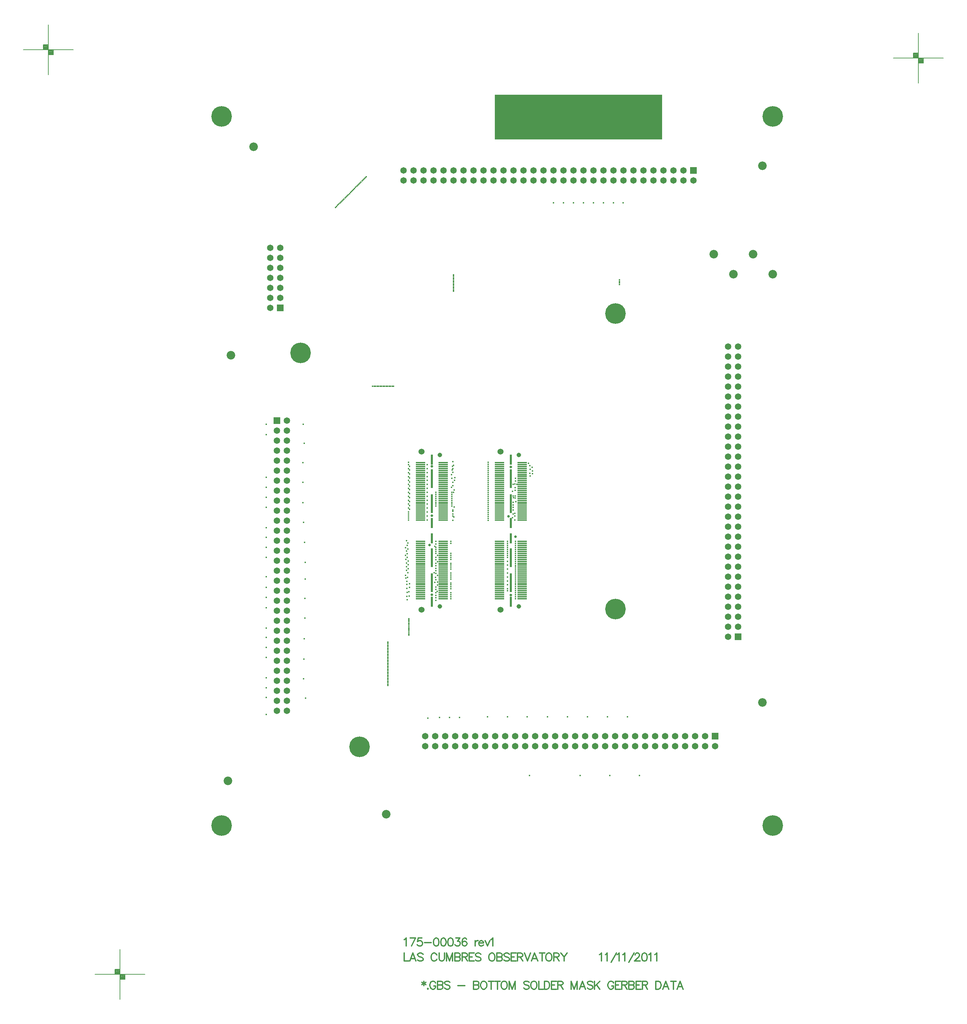
<source format=gbs>
%FSLAX23Y23*%
%MOIN*%
G70*
G01*
G75*
G04 Layer_Color=16711935*
%ADD10R,0.020X0.024*%
%ADD11R,0.025X0.100*%
%ADD12R,0.057X0.012*%
%ADD13R,0.025X0.185*%
%ADD14R,0.024X0.020*%
%ADD15R,0.050X0.050*%
%ADD16R,0.050X0.050*%
%ADD17C,0.005*%
%ADD18C,0.010*%
%ADD19C,0.012*%
%ADD20C,0.008*%
%ADD21C,0.012*%
%ADD22C,0.012*%
%ADD23C,0.200*%
%ADD24C,0.039*%
%ADD25C,0.059*%
%ADD26R,0.059X0.059*%
%ADD27R,0.059X0.059*%
%ADD28C,0.020*%
%ADD29C,0.080*%
%ADD30C,0.010*%
%ADD31C,0.040*%
%ADD32C,0.160*%
%ADD33C,0.080*%
%ADD34C,0.075*%
G04:AMPARAMS|DCode=35|XSize=108mil|YSize=108mil|CornerRadius=0mil|HoleSize=0mil|Usage=FLASHONLY|Rotation=0.000|XOffset=0mil|YOffset=0mil|HoleType=Round|Shape=Relief|Width=20mil|Gap=8mil|Entries=4|*
%AMTHD35*
7,0,0,0.108,0.092,0.020,45*
%
%ADD35THD35*%
G04:AMPARAMS|DCode=36|XSize=91.433mil|YSize=91.433mil|CornerRadius=0mil|HoleSize=0mil|Usage=FLASHONLY|Rotation=0.000|XOffset=0mil|YOffset=0mil|HoleType=Round|Shape=Relief|Width=20mil|Gap=8mil|Entries=4|*
%AMTHD36*
7,0,0,0.091,0.075,0.020,45*
%
%ADD36THD36*%
%ADD37C,0.092*%
%ADD38C,0.046*%
G04:AMPARAMS|DCode=39|XSize=66mil|YSize=66mil|CornerRadius=0mil|HoleSize=0mil|Usage=FLASHONLY|Rotation=0.000|XOffset=0mil|YOffset=0mil|HoleType=Round|Shape=Relief|Width=20mil|Gap=8mil|Entries=4|*
%AMTHD39*
7,0,0,0.066,0.050,0.020,45*
%
%ADD39THD39*%
%ADD40C,0.050*%
G04:AMPARAMS|DCode=41|XSize=62mil|YSize=62mil|CornerRadius=0mil|HoleSize=0mil|Usage=FLASHONLY|Rotation=0.000|XOffset=0mil|YOffset=0mil|HoleType=Round|Shape=Relief|Width=20mil|Gap=8mil|Entries=4|*
%AMTHD41*
7,0,0,0.062,0.046,0.020,45*
%
%ADD41THD41*%
%ADD42R,0.017X0.100*%
%ADD43R,0.017X0.185*%
%ADD44R,0.089X0.011*%
%ADD45C,0.008*%
%ADD46C,0.010*%
%ADD47C,0.007*%
%ADD48R,0.209X0.156*%
%ADD49R,0.026X0.030*%
%ADD50R,0.031X0.106*%
%ADD51R,0.061X0.016*%
%ADD52R,0.031X0.191*%
%ADD53R,0.030X0.026*%
%ADD54R,0.056X0.056*%
%ADD55R,0.056X0.056*%
%ADD56C,0.206*%
%ADD57C,0.045*%
%ADD58C,0.065*%
%ADD59R,0.065X0.065*%
%ADD60R,0.065X0.065*%
%ADD61C,0.060*%
%ADD62C,0.086*%
%ADD63C,0.016*%
%ADD64C,0.026*%
%ADD65R,1.675X0.450*%
%ADD66R,0.021X0.104*%
%ADD67R,0.021X0.189*%
%ADD68R,0.023X0.191*%
%ADD69R,0.093X0.015*%
%ADD70R,0.093X0.015*%
D19*
X30280Y15537D02*
Y15491D01*
X30261Y15526D02*
X30299Y15503D01*
Y15526D02*
X30261Y15503D01*
X30319Y15465D02*
X30316Y15461D01*
X30319Y15457D01*
X30323Y15461D01*
X30319Y15465D01*
X30398Y15518D02*
X30394Y15526D01*
X30386Y15533D01*
X30379Y15537D01*
X30364D01*
X30356Y15533D01*
X30348Y15526D01*
X30345Y15518D01*
X30341Y15507D01*
Y15488D01*
X30345Y15476D01*
X30348Y15469D01*
X30356Y15461D01*
X30364Y15457D01*
X30379D01*
X30386Y15461D01*
X30394Y15469D01*
X30398Y15476D01*
Y15488D01*
X30379D02*
X30398D01*
X30416Y15537D02*
Y15457D01*
Y15537D02*
X30450D01*
X30462Y15533D01*
X30466Y15530D01*
X30470Y15522D01*
Y15514D01*
X30466Y15507D01*
X30462Y15503D01*
X30450Y15499D01*
X30416D02*
X30450D01*
X30462Y15495D01*
X30466Y15491D01*
X30470Y15484D01*
Y15472D01*
X30466Y15465D01*
X30462Y15461D01*
X30450Y15457D01*
X30416D01*
X30541Y15526D02*
X30533Y15533D01*
X30522Y15537D01*
X30506D01*
X30495Y15533D01*
X30487Y15526D01*
Y15518D01*
X30491Y15511D01*
X30495Y15507D01*
X30503Y15503D01*
X30526Y15495D01*
X30533Y15491D01*
X30537Y15488D01*
X30541Y15480D01*
Y15469D01*
X30533Y15461D01*
X30522Y15457D01*
X30506D01*
X30495Y15461D01*
X30487Y15469D01*
X30621Y15491D02*
X30690D01*
X30777Y15537D02*
Y15457D01*
Y15537D02*
X30811D01*
X30822Y15533D01*
X30826Y15530D01*
X30830Y15522D01*
Y15514D01*
X30826Y15507D01*
X30822Y15503D01*
X30811Y15499D01*
X30777D02*
X30811D01*
X30822Y15495D01*
X30826Y15491D01*
X30830Y15484D01*
Y15472D01*
X30826Y15465D01*
X30822Y15461D01*
X30811Y15457D01*
X30777D01*
X30871Y15537D02*
X30863Y15533D01*
X30855Y15526D01*
X30852Y15518D01*
X30848Y15507D01*
Y15488D01*
X30852Y15476D01*
X30855Y15469D01*
X30863Y15461D01*
X30871Y15457D01*
X30886D01*
X30893Y15461D01*
X30901Y15469D01*
X30905Y15476D01*
X30909Y15488D01*
Y15507D01*
X30905Y15518D01*
X30901Y15526D01*
X30893Y15533D01*
X30886Y15537D01*
X30871D01*
X30954D02*
Y15457D01*
X30927Y15537D02*
X30981D01*
X31017D02*
Y15457D01*
X30990Y15537D02*
X31043D01*
X31076D02*
X31068Y15533D01*
X31061Y15526D01*
X31057Y15518D01*
X31053Y15507D01*
Y15488D01*
X31057Y15476D01*
X31061Y15469D01*
X31068Y15461D01*
X31076Y15457D01*
X31091D01*
X31099Y15461D01*
X31106Y15469D01*
X31110Y15476D01*
X31114Y15488D01*
Y15507D01*
X31110Y15518D01*
X31106Y15526D01*
X31099Y15533D01*
X31091Y15537D01*
X31076D01*
X31133D02*
Y15457D01*
Y15537D02*
X31163Y15457D01*
X31194Y15537D02*
X31163Y15457D01*
X31194Y15537D02*
Y15457D01*
X31333Y15526D02*
X31325Y15533D01*
X31314Y15537D01*
X31298D01*
X31287Y15533D01*
X31279Y15526D01*
Y15518D01*
X31283Y15511D01*
X31287Y15507D01*
X31294Y15503D01*
X31317Y15495D01*
X31325Y15491D01*
X31329Y15488D01*
X31333Y15480D01*
Y15469D01*
X31325Y15461D01*
X31314Y15457D01*
X31298D01*
X31287Y15461D01*
X31279Y15469D01*
X31373Y15537D02*
X31366Y15533D01*
X31358Y15526D01*
X31354Y15518D01*
X31350Y15507D01*
Y15488D01*
X31354Y15476D01*
X31358Y15469D01*
X31366Y15461D01*
X31373Y15457D01*
X31389D01*
X31396Y15461D01*
X31404Y15469D01*
X31408Y15476D01*
X31411Y15488D01*
Y15507D01*
X31408Y15518D01*
X31404Y15526D01*
X31396Y15533D01*
X31389Y15537D01*
X31373D01*
X31430D02*
Y15457D01*
X31476D01*
X31485Y15537D02*
Y15457D01*
Y15537D02*
X31511D01*
X31523Y15533D01*
X31530Y15526D01*
X31534Y15518D01*
X31538Y15507D01*
Y15488D01*
X31534Y15476D01*
X31530Y15469D01*
X31523Y15461D01*
X31511Y15457D01*
X31485D01*
X31605Y15537D02*
X31556D01*
Y15457D01*
X31605D01*
X31556Y15499D02*
X31586D01*
X31619Y15537D02*
Y15457D01*
Y15537D02*
X31653D01*
X31664Y15533D01*
X31668Y15530D01*
X31672Y15522D01*
Y15514D01*
X31668Y15507D01*
X31664Y15503D01*
X31653Y15499D01*
X31619D01*
X31645D02*
X31672Y15457D01*
X31753Y15537D02*
Y15457D01*
Y15537D02*
X31783Y15457D01*
X31814Y15537D02*
X31783Y15457D01*
X31814Y15537D02*
Y15457D01*
X31897D02*
X31867Y15537D01*
X31836Y15457D01*
X31848Y15484D02*
X31886D01*
X31969Y15526D02*
X31962Y15533D01*
X31950Y15537D01*
X31935D01*
X31924Y15533D01*
X31916Y15526D01*
Y15518D01*
X31920Y15511D01*
X31924Y15507D01*
X31931Y15503D01*
X31954Y15495D01*
X31962Y15491D01*
X31966Y15488D01*
X31969Y15480D01*
Y15469D01*
X31962Y15461D01*
X31950Y15457D01*
X31935D01*
X31924Y15461D01*
X31916Y15469D01*
X31987Y15537D02*
Y15457D01*
X32041Y15537D02*
X31987Y15484D01*
X32006Y15503D02*
X32041Y15457D01*
X32178Y15518D02*
X32175Y15526D01*
X32167Y15533D01*
X32159Y15537D01*
X32144D01*
X32137Y15533D01*
X32129Y15526D01*
X32125Y15518D01*
X32121Y15507D01*
Y15488D01*
X32125Y15476D01*
X32129Y15469D01*
X32137Y15461D01*
X32144Y15457D01*
X32159D01*
X32167Y15461D01*
X32175Y15469D01*
X32178Y15476D01*
Y15488D01*
X32159D02*
X32178D01*
X32246Y15537D02*
X32197D01*
Y15457D01*
X32246D01*
X32197Y15499D02*
X32227D01*
X32260Y15537D02*
Y15457D01*
Y15537D02*
X32294D01*
X32305Y15533D01*
X32309Y15530D01*
X32313Y15522D01*
Y15514D01*
X32309Y15507D01*
X32305Y15503D01*
X32294Y15499D01*
X32260D01*
X32286D02*
X32313Y15457D01*
X32331Y15537D02*
Y15457D01*
Y15537D02*
X32365D01*
X32377Y15533D01*
X32380Y15530D01*
X32384Y15522D01*
Y15514D01*
X32380Y15507D01*
X32377Y15503D01*
X32365Y15499D01*
X32331D02*
X32365D01*
X32377Y15495D01*
X32380Y15491D01*
X32384Y15484D01*
Y15472D01*
X32380Y15465D01*
X32377Y15461D01*
X32365Y15457D01*
X32331D01*
X32452Y15537D02*
X32402D01*
Y15457D01*
X32452D01*
X32402Y15499D02*
X32433D01*
X32465Y15537D02*
Y15457D01*
Y15537D02*
X32499D01*
X32511Y15533D01*
X32514Y15530D01*
X32518Y15522D01*
Y15514D01*
X32514Y15507D01*
X32511Y15503D01*
X32499Y15499D01*
X32465D01*
X32492D02*
X32518Y15457D01*
X32599Y15537D02*
Y15457D01*
Y15537D02*
X32626D01*
X32637Y15533D01*
X32645Y15526D01*
X32648Y15518D01*
X32652Y15507D01*
Y15488D01*
X32648Y15476D01*
X32645Y15469D01*
X32637Y15461D01*
X32626Y15457D01*
X32599D01*
X32731D02*
X32701Y15537D01*
X32670Y15457D01*
X32682Y15484D02*
X32720D01*
X32776Y15537D02*
Y15457D01*
X32750Y15537D02*
X32803D01*
X32874Y15457D02*
X32843Y15537D01*
X32813Y15457D01*
X32824Y15484D02*
X32862D01*
D20*
X27210Y15632D02*
X27220D01*
X27210Y15627D02*
Y15637D01*
Y15627D02*
X27220D01*
Y15637D01*
X27210D02*
X27220D01*
X27205Y15622D02*
Y15637D01*
Y15622D02*
X27225D01*
Y15642D01*
X27205D02*
X27225D01*
X27200Y15617D02*
Y15642D01*
Y15617D02*
X27230D01*
Y15647D01*
X27200D02*
X27230D01*
X27195Y15612D02*
Y15652D01*
Y15612D02*
X27235D01*
Y15652D01*
X27195D02*
X27235D01*
X27260Y15582D02*
X27270D01*
X27260Y15577D02*
Y15587D01*
Y15577D02*
X27270D01*
Y15587D01*
X27260D02*
X27270D01*
X27255Y15572D02*
Y15587D01*
Y15572D02*
X27275D01*
Y15592D01*
X27255D02*
X27275D01*
X27250Y15567D02*
Y15592D01*
Y15567D02*
X27280D01*
Y15597D01*
X27250D02*
X27280D01*
X27245Y15562D02*
Y15602D01*
Y15562D02*
X27285D01*
Y15602D01*
X27245D02*
X27285D01*
X27240Y15557D02*
X27290D01*
Y15607D01*
X27190Y15657D02*
X27240D01*
X27190Y15607D02*
Y15657D01*
X27240Y15357D02*
Y15857D01*
X26990Y15607D02*
X27490D01*
X35198Y24788D02*
X35208D01*
X35198Y24783D02*
Y24793D01*
Y24783D02*
X35208D01*
Y24793D01*
X35198D02*
X35208D01*
X35193Y24778D02*
Y24793D01*
Y24778D02*
X35213D01*
Y24798D01*
X35193D02*
X35213D01*
X35188Y24773D02*
Y24798D01*
Y24773D02*
X35218D01*
Y24803D01*
X35188D02*
X35218D01*
X35183Y24768D02*
Y24808D01*
Y24768D02*
X35223D01*
Y24808D01*
X35183D02*
X35223D01*
X35248Y24738D02*
X35258D01*
X35248Y24733D02*
Y24743D01*
Y24733D02*
X35258D01*
Y24743D01*
X35248D02*
X35258D01*
X35243Y24728D02*
Y24743D01*
Y24728D02*
X35263D01*
Y24748D01*
X35243D02*
X35263D01*
X35238Y24723D02*
Y24748D01*
Y24723D02*
X35268D01*
Y24753D01*
X35238D02*
X35268D01*
X35233Y24718D02*
Y24758D01*
Y24718D02*
X35273D01*
Y24758D01*
X35233D02*
X35273D01*
X35228Y24713D02*
X35278D01*
Y24763D01*
X35178Y24813D02*
X35228D01*
X35178Y24763D02*
Y24813D01*
X35228Y24513D02*
Y25013D01*
X34978Y24763D02*
X35478D01*
X26494Y24871D02*
X26504D01*
X26494Y24866D02*
Y24876D01*
Y24866D02*
X26504D01*
Y24876D01*
X26494D02*
X26504D01*
X26489Y24861D02*
Y24876D01*
Y24861D02*
X26509D01*
Y24881D01*
X26489D02*
X26509D01*
X26484Y24856D02*
Y24881D01*
Y24856D02*
X26514D01*
Y24886D01*
X26484D02*
X26514D01*
X26479Y24851D02*
Y24891D01*
Y24851D02*
X26519D01*
Y24891D01*
X26479D02*
X26519D01*
X26544Y24821D02*
X26554D01*
X26544Y24816D02*
Y24826D01*
Y24816D02*
X26554D01*
Y24826D01*
X26544D02*
X26554D01*
X26539Y24811D02*
Y24826D01*
Y24811D02*
X26559D01*
Y24831D01*
X26539D02*
X26559D01*
X26534Y24806D02*
Y24831D01*
Y24806D02*
X26564D01*
Y24836D01*
X26534D02*
X26564D01*
X26529Y24801D02*
Y24841D01*
Y24801D02*
X26569D01*
Y24841D01*
X26529D02*
X26569D01*
X26524Y24796D02*
X26574D01*
Y24846D01*
X26474Y24896D02*
X26524D01*
X26474Y24846D02*
Y24896D01*
X26524Y24596D02*
Y25096D01*
X26274Y24846D02*
X26774D01*
D21*
X30084Y15818D02*
Y15738D01*
X30130D01*
X30200D02*
X30169Y15818D01*
X30139Y15738D01*
X30150Y15764D02*
X30188D01*
X30272Y15806D02*
X30264Y15814D01*
X30253Y15818D01*
X30237D01*
X30226Y15814D01*
X30218Y15806D01*
Y15799D01*
X30222Y15791D01*
X30226Y15787D01*
X30234Y15783D01*
X30256Y15776D01*
X30264Y15772D01*
X30268Y15768D01*
X30272Y15761D01*
Y15749D01*
X30264Y15742D01*
X30253Y15738D01*
X30237D01*
X30226Y15742D01*
X30218Y15749D01*
X30409Y15799D02*
X30406Y15806D01*
X30398Y15814D01*
X30390Y15818D01*
X30375D01*
X30368Y15814D01*
X30360Y15806D01*
X30356Y15799D01*
X30352Y15787D01*
Y15768D01*
X30356Y15757D01*
X30360Y15749D01*
X30368Y15742D01*
X30375Y15738D01*
X30390D01*
X30398Y15742D01*
X30406Y15749D01*
X30409Y15757D01*
X30432Y15818D02*
Y15761D01*
X30436Y15749D01*
X30443Y15742D01*
X30455Y15738D01*
X30462D01*
X30474Y15742D01*
X30481Y15749D01*
X30485Y15761D01*
Y15818D01*
X30507D02*
Y15738D01*
Y15818D02*
X30538Y15738D01*
X30568Y15818D02*
X30538Y15738D01*
X30568Y15818D02*
Y15738D01*
X30591Y15818D02*
Y15738D01*
Y15818D02*
X30625D01*
X30637Y15814D01*
X30641Y15810D01*
X30644Y15803D01*
Y15795D01*
X30641Y15787D01*
X30637Y15783D01*
X30625Y15780D01*
X30591D02*
X30625D01*
X30637Y15776D01*
X30641Y15772D01*
X30644Y15764D01*
Y15753D01*
X30641Y15745D01*
X30637Y15742D01*
X30625Y15738D01*
X30591D01*
X30662Y15818D02*
Y15738D01*
Y15818D02*
X30697D01*
X30708Y15814D01*
X30712Y15810D01*
X30716Y15803D01*
Y15795D01*
X30712Y15787D01*
X30708Y15783D01*
X30697Y15780D01*
X30662D01*
X30689D02*
X30716Y15738D01*
X30783Y15818D02*
X30734D01*
Y15738D01*
X30783D01*
X30734Y15780D02*
X30764D01*
X30850Y15806D02*
X30842Y15814D01*
X30831Y15818D01*
X30815D01*
X30804Y15814D01*
X30796Y15806D01*
Y15799D01*
X30800Y15791D01*
X30804Y15787D01*
X30812Y15783D01*
X30835Y15776D01*
X30842Y15772D01*
X30846Y15768D01*
X30850Y15761D01*
Y15749D01*
X30842Y15742D01*
X30831Y15738D01*
X30815D01*
X30804Y15742D01*
X30796Y15749D01*
X30953Y15818D02*
X30946Y15814D01*
X30938Y15806D01*
X30934Y15799D01*
X30931Y15787D01*
Y15768D01*
X30934Y15757D01*
X30938Y15749D01*
X30946Y15742D01*
X30953Y15738D01*
X30969D01*
X30976Y15742D01*
X30984Y15749D01*
X30988Y15757D01*
X30991Y15768D01*
Y15787D01*
X30988Y15799D01*
X30984Y15806D01*
X30976Y15814D01*
X30969Y15818D01*
X30953D01*
X31010D02*
Y15738D01*
Y15818D02*
X31044D01*
X31056Y15814D01*
X31060Y15810D01*
X31063Y15803D01*
Y15795D01*
X31060Y15787D01*
X31056Y15783D01*
X31044Y15780D01*
X31010D02*
X31044D01*
X31056Y15776D01*
X31060Y15772D01*
X31063Y15764D01*
Y15753D01*
X31060Y15745D01*
X31056Y15742D01*
X31044Y15738D01*
X31010D01*
X31135Y15806D02*
X31127Y15814D01*
X31116Y15818D01*
X31100D01*
X31089Y15814D01*
X31081Y15806D01*
Y15799D01*
X31085Y15791D01*
X31089Y15787D01*
X31097Y15783D01*
X31119Y15776D01*
X31127Y15772D01*
X31131Y15768D01*
X31135Y15761D01*
Y15749D01*
X31127Y15742D01*
X31116Y15738D01*
X31100D01*
X31089Y15742D01*
X31081Y15749D01*
X31202Y15818D02*
X31153D01*
Y15738D01*
X31202D01*
X31153Y15780D02*
X31183D01*
X31215Y15818D02*
Y15738D01*
Y15818D02*
X31250D01*
X31261Y15814D01*
X31265Y15810D01*
X31269Y15803D01*
Y15795D01*
X31265Y15787D01*
X31261Y15783D01*
X31250Y15780D01*
X31215D01*
X31242D02*
X31269Y15738D01*
X31287Y15818D02*
X31317Y15738D01*
X31348Y15818D02*
X31317Y15738D01*
X31419D02*
X31388Y15818D01*
X31358Y15738D01*
X31369Y15764D02*
X31407D01*
X31464Y15818D02*
Y15738D01*
X31437Y15818D02*
X31491D01*
X31523D02*
X31516Y15814D01*
X31508Y15806D01*
X31504Y15799D01*
X31500Y15787D01*
Y15768D01*
X31504Y15757D01*
X31508Y15749D01*
X31516Y15742D01*
X31523Y15738D01*
X31538D01*
X31546Y15742D01*
X31554Y15749D01*
X31557Y15757D01*
X31561Y15768D01*
Y15787D01*
X31557Y15799D01*
X31554Y15806D01*
X31546Y15814D01*
X31538Y15818D01*
X31523D01*
X31580D02*
Y15738D01*
Y15818D02*
X31614D01*
X31626Y15814D01*
X31629Y15810D01*
X31633Y15803D01*
Y15795D01*
X31629Y15787D01*
X31626Y15783D01*
X31614Y15780D01*
X31580D01*
X31607D02*
X31633Y15738D01*
X31651Y15818D02*
X31682Y15780D01*
Y15738D01*
X31712Y15818D02*
X31682Y15780D01*
X32037Y15803D02*
X32044Y15806D01*
X32056Y15818D01*
Y15738D01*
X32095Y15803D02*
X32103Y15806D01*
X32114Y15818D01*
Y15738D01*
X32154Y15726D02*
X32207Y15818D01*
X32213Y15803D02*
X32220Y15806D01*
X32232Y15818D01*
Y15738D01*
X32271Y15803D02*
X32279Y15806D01*
X32290Y15818D01*
Y15738D01*
X32330Y15726D02*
X32383Y15818D01*
X32392Y15799D02*
Y15803D01*
X32396Y15810D01*
X32400Y15814D01*
X32408Y15818D01*
X32423D01*
X32430Y15814D01*
X32434Y15810D01*
X32438Y15803D01*
Y15795D01*
X32434Y15787D01*
X32427Y15776D01*
X32388Y15738D01*
X32442D01*
X32483Y15818D02*
X32471Y15814D01*
X32464Y15803D01*
X32460Y15783D01*
Y15772D01*
X32464Y15753D01*
X32471Y15742D01*
X32483Y15738D01*
X32490D01*
X32502Y15742D01*
X32509Y15753D01*
X32513Y15772D01*
Y15783D01*
X32509Y15803D01*
X32502Y15814D01*
X32490Y15818D01*
X32483D01*
X32531Y15803D02*
X32539Y15806D01*
X32550Y15818D01*
Y15738D01*
X32590Y15803D02*
X32597Y15806D01*
X32609Y15818D01*
Y15738D01*
D22*
X30084Y15953D02*
X30092Y15956D01*
X30103Y15968D01*
Y15888D01*
X30196Y15968D02*
X30158Y15888D01*
X30143Y15968D02*
X30196D01*
X30260D02*
X30222D01*
X30218Y15933D01*
X30222Y15937D01*
X30233Y15941D01*
X30245D01*
X30256Y15937D01*
X30264Y15930D01*
X30267Y15918D01*
Y15911D01*
X30264Y15899D01*
X30256Y15892D01*
X30245Y15888D01*
X30233D01*
X30222Y15892D01*
X30218Y15895D01*
X30214Y15903D01*
X30285Y15922D02*
X30354D01*
X30400Y15968D02*
X30389Y15964D01*
X30381Y15953D01*
X30377Y15933D01*
Y15922D01*
X30381Y15903D01*
X30389Y15892D01*
X30400Y15888D01*
X30408D01*
X30419Y15892D01*
X30427Y15903D01*
X30431Y15922D01*
Y15933D01*
X30427Y15953D01*
X30419Y15964D01*
X30408Y15968D01*
X30400D01*
X30472D02*
X30460Y15964D01*
X30453Y15953D01*
X30449Y15933D01*
Y15922D01*
X30453Y15903D01*
X30460Y15892D01*
X30472Y15888D01*
X30479D01*
X30491Y15892D01*
X30498Y15903D01*
X30502Y15922D01*
Y15933D01*
X30498Y15953D01*
X30491Y15964D01*
X30479Y15968D01*
X30472D01*
X30543D02*
X30531Y15964D01*
X30524Y15953D01*
X30520Y15933D01*
Y15922D01*
X30524Y15903D01*
X30531Y15892D01*
X30543Y15888D01*
X30550D01*
X30562Y15892D01*
X30569Y15903D01*
X30573Y15922D01*
Y15933D01*
X30569Y15953D01*
X30562Y15964D01*
X30550Y15968D01*
X30543D01*
X30599D02*
X30641D01*
X30618Y15937D01*
X30629D01*
X30637Y15933D01*
X30641Y15930D01*
X30644Y15918D01*
Y15911D01*
X30641Y15899D01*
X30633Y15892D01*
X30622Y15888D01*
X30610D01*
X30599Y15892D01*
X30595Y15895D01*
X30591Y15903D01*
X30708Y15956D02*
X30704Y15964D01*
X30693Y15968D01*
X30685D01*
X30674Y15964D01*
X30666Y15953D01*
X30662Y15933D01*
Y15914D01*
X30666Y15899D01*
X30674Y15892D01*
X30685Y15888D01*
X30689D01*
X30700Y15892D01*
X30708Y15899D01*
X30712Y15911D01*
Y15914D01*
X30708Y15926D01*
X30700Y15933D01*
X30689Y15937D01*
X30685D01*
X30674Y15933D01*
X30666Y15926D01*
X30662Y15914D01*
X30792Y15941D02*
Y15888D01*
Y15918D02*
X30796Y15930D01*
X30804Y15937D01*
X30811Y15941D01*
X30823D01*
X30830Y15918D02*
X30876D01*
Y15926D01*
X30872Y15933D01*
X30868Y15937D01*
X30860Y15941D01*
X30849D01*
X30841Y15937D01*
X30834Y15930D01*
X30830Y15918D01*
Y15911D01*
X30834Y15899D01*
X30841Y15892D01*
X30849Y15888D01*
X30860D01*
X30868Y15892D01*
X30876Y15899D01*
X30893Y15941D02*
X30916Y15888D01*
X30939Y15941D02*
X30916Y15888D01*
X30951Y15953D02*
X30959Y15956D01*
X30971Y15968D01*
Y15888D01*
D56*
X29636Y17879D02*
D03*
X29045Y21816D02*
D03*
X32195Y19257D02*
D03*
Y22210D02*
D03*
X33770Y17092D02*
D03*
X28258D02*
D03*
Y24179D02*
D03*
X33770D02*
D03*
D57*
X31231Y20796D02*
D03*
Y19281D02*
D03*
X30441Y20796D02*
D03*
Y19281D02*
D03*
D58*
X28910Y18239D02*
D03*
Y18339D02*
D03*
Y18439D02*
D03*
Y18539D02*
D03*
Y18639D02*
D03*
Y18739D02*
D03*
Y18839D02*
D03*
Y18939D02*
D03*
Y19039D02*
D03*
Y19139D02*
D03*
Y19239D02*
D03*
Y19339D02*
D03*
Y19439D02*
D03*
Y19539D02*
D03*
Y19639D02*
D03*
Y19739D02*
D03*
Y19839D02*
D03*
Y19939D02*
D03*
Y20039D02*
D03*
Y20139D02*
D03*
Y20239D02*
D03*
Y20339D02*
D03*
Y20439D02*
D03*
Y20539D02*
D03*
Y20639D02*
D03*
Y20739D02*
D03*
Y20839D02*
D03*
Y20939D02*
D03*
Y21039D02*
D03*
Y21139D02*
D03*
X28810Y18239D02*
D03*
Y18339D02*
D03*
Y18439D02*
D03*
Y18539D02*
D03*
Y18639D02*
D03*
Y18739D02*
D03*
Y18839D02*
D03*
Y18939D02*
D03*
Y19039D02*
D03*
Y19139D02*
D03*
Y19239D02*
D03*
Y19339D02*
D03*
Y19439D02*
D03*
Y19539D02*
D03*
Y19639D02*
D03*
Y19739D02*
D03*
Y19839D02*
D03*
Y19939D02*
D03*
Y20039D02*
D03*
Y20139D02*
D03*
Y20239D02*
D03*
Y20339D02*
D03*
Y20439D02*
D03*
Y20539D02*
D03*
Y20639D02*
D03*
Y20739D02*
D03*
Y20839D02*
D03*
Y20939D02*
D03*
Y21039D02*
D03*
X30075Y23540D02*
D03*
X30175D02*
D03*
X30275D02*
D03*
X30375D02*
D03*
X30475D02*
D03*
X30575D02*
D03*
X30675D02*
D03*
X30775D02*
D03*
X30875D02*
D03*
X30975D02*
D03*
X31075D02*
D03*
X31175D02*
D03*
X31275D02*
D03*
X31375D02*
D03*
X31475D02*
D03*
X31575D02*
D03*
X31675D02*
D03*
X31775D02*
D03*
X31875D02*
D03*
X31975D02*
D03*
X32075D02*
D03*
X32175D02*
D03*
X32275D02*
D03*
X32375D02*
D03*
X32475D02*
D03*
X32575D02*
D03*
X32675D02*
D03*
X32775D02*
D03*
X32875D02*
D03*
X32975D02*
D03*
X30075Y23640D02*
D03*
X30175D02*
D03*
X30275D02*
D03*
X30375D02*
D03*
X30475D02*
D03*
X30575D02*
D03*
X30675D02*
D03*
X30775D02*
D03*
X30875D02*
D03*
X30975D02*
D03*
X31075D02*
D03*
X31175D02*
D03*
X31275D02*
D03*
X31375D02*
D03*
X31475D02*
D03*
X31575D02*
D03*
X31675D02*
D03*
X31775D02*
D03*
X31875D02*
D03*
X31975D02*
D03*
X32075D02*
D03*
X32175D02*
D03*
X32275D02*
D03*
X32375D02*
D03*
X32475D02*
D03*
X32575D02*
D03*
X32675D02*
D03*
X32775D02*
D03*
X32875D02*
D03*
X33422Y19079D02*
D03*
Y19179D02*
D03*
Y19279D02*
D03*
Y19379D02*
D03*
Y19479D02*
D03*
Y19579D02*
D03*
Y19679D02*
D03*
Y19779D02*
D03*
Y19879D02*
D03*
Y19979D02*
D03*
Y20079D02*
D03*
Y20179D02*
D03*
Y20279D02*
D03*
Y20379D02*
D03*
Y20479D02*
D03*
Y20579D02*
D03*
Y20679D02*
D03*
Y20779D02*
D03*
Y20879D02*
D03*
Y20979D02*
D03*
Y21079D02*
D03*
Y21179D02*
D03*
Y21279D02*
D03*
Y21379D02*
D03*
Y21479D02*
D03*
Y21579D02*
D03*
Y21679D02*
D03*
Y21779D02*
D03*
Y21879D02*
D03*
X33322Y18979D02*
D03*
Y19079D02*
D03*
Y19179D02*
D03*
Y19279D02*
D03*
Y19379D02*
D03*
Y19479D02*
D03*
Y19579D02*
D03*
Y19679D02*
D03*
Y19779D02*
D03*
Y19879D02*
D03*
Y19979D02*
D03*
Y20079D02*
D03*
Y20179D02*
D03*
Y20279D02*
D03*
Y20379D02*
D03*
Y20479D02*
D03*
Y20579D02*
D03*
Y20679D02*
D03*
Y20779D02*
D03*
Y20879D02*
D03*
Y20979D02*
D03*
Y21079D02*
D03*
Y21179D02*
D03*
Y21279D02*
D03*
Y21379D02*
D03*
Y21479D02*
D03*
Y21579D02*
D03*
Y21679D02*
D03*
Y21779D02*
D03*
Y21879D02*
D03*
X33092Y17985D02*
D03*
X32992D02*
D03*
X32892D02*
D03*
X32792D02*
D03*
X32692D02*
D03*
X32592D02*
D03*
X32492D02*
D03*
X32392D02*
D03*
X32292D02*
D03*
X32192D02*
D03*
X32092D02*
D03*
X31992D02*
D03*
X31892D02*
D03*
X31792D02*
D03*
X31692D02*
D03*
X31592D02*
D03*
X31492D02*
D03*
X31392D02*
D03*
X31292D02*
D03*
X31192D02*
D03*
X31092D02*
D03*
X30992D02*
D03*
X30892D02*
D03*
X30792D02*
D03*
X30692D02*
D03*
X30592D02*
D03*
X30492D02*
D03*
X30392D02*
D03*
X30292D02*
D03*
X33192Y17885D02*
D03*
X33092D02*
D03*
X32992D02*
D03*
X32892D02*
D03*
X32792D02*
D03*
X32692D02*
D03*
X32592D02*
D03*
X32492D02*
D03*
X32392D02*
D03*
X32292D02*
D03*
X32192D02*
D03*
X32092D02*
D03*
X31992D02*
D03*
X31892D02*
D03*
X31792D02*
D03*
X31692D02*
D03*
X31592D02*
D03*
X31492D02*
D03*
X31392D02*
D03*
X31292D02*
D03*
X31192D02*
D03*
X31092D02*
D03*
X30992D02*
D03*
X30892D02*
D03*
X30792D02*
D03*
X30692D02*
D03*
X30592D02*
D03*
X30492D02*
D03*
X30392D02*
D03*
X30292D02*
D03*
X28744Y22867D02*
D03*
X28844D02*
D03*
X28744Y22767D02*
D03*
X28844D02*
D03*
X28744Y22667D02*
D03*
X28844D02*
D03*
X28744Y22567D02*
D03*
X28844D02*
D03*
X28744Y22467D02*
D03*
X28844D02*
D03*
X28744Y22367D02*
D03*
X28844D02*
D03*
X28744Y22267D02*
D03*
D59*
X28810Y21139D02*
D03*
X33422Y18979D02*
D03*
X28844Y22267D02*
D03*
D60*
X32975Y23640D02*
D03*
X33192Y17985D02*
D03*
D61*
X30255Y19249D02*
D03*
Y20829D02*
D03*
X31045Y19249D02*
D03*
Y20829D02*
D03*
D62*
X28578Y23877D02*
D03*
X33668Y18323D02*
D03*
Y23687D02*
D03*
X28320Y17540D02*
D03*
X28350Y21793D02*
D03*
X29902Y17205D02*
D03*
X33179Y22801D02*
D03*
X33376Y22604D02*
D03*
X33573Y22801D02*
D03*
X33770Y22604D02*
D03*
D63*
X30401Y19714D02*
D03*
X30570Y20489D02*
D03*
X30560Y20402D02*
D03*
X30577Y20422D02*
D03*
X30583Y20447D02*
D03*
X30588Y20543D02*
D03*
X30570Y20524D02*
D03*
X30558Y20472D02*
D03*
X30559Y20421D02*
D03*
Y20564D02*
D03*
X30555Y20600D02*
D03*
X30570Y20621D02*
D03*
X30562Y20646D02*
D03*
X30590Y20570D02*
D03*
X30561Y20364D02*
D03*
Y20324D02*
D03*
Y20305D02*
D03*
X30582Y20277D02*
D03*
X30571Y20246D02*
D03*
X30561Y20344D02*
D03*
Y20285D02*
D03*
Y20383D02*
D03*
X30400Y20423D02*
D03*
Y20403D02*
D03*
Y20384D02*
D03*
Y20364D02*
D03*
Y20285D02*
D03*
Y20305D02*
D03*
Y20324D02*
D03*
Y20344D02*
D03*
X30313Y20423D02*
D03*
Y20383D02*
D03*
Y20344D02*
D03*
X30922Y20722D02*
D03*
Y20682D02*
D03*
Y20662D02*
D03*
Y20622D02*
D03*
Y20602D02*
D03*
Y20642D02*
D03*
Y20702D02*
D03*
Y20582D02*
D03*
Y20562D02*
D03*
Y20522D02*
D03*
Y20542D02*
D03*
X30313Y20659D02*
D03*
Y20699D02*
D03*
X30577Y20693D02*
D03*
X30570Y20728D02*
D03*
X29843Y21484D02*
D03*
X29813D02*
D03*
X29783D02*
D03*
X29828D02*
D03*
X29858D02*
D03*
X29873D02*
D03*
X29888D02*
D03*
X29903D02*
D03*
X29933D02*
D03*
X31117Y19458D02*
D03*
X32274Y23315D02*
D03*
X32175D02*
D03*
X32075D02*
D03*
X31975D02*
D03*
X31575D02*
D03*
X31675D02*
D03*
X31775D02*
D03*
X31877D02*
D03*
X30570Y20231D02*
D03*
X30571Y20206D02*
D03*
X30128Y20423D02*
D03*
Y20383D02*
D03*
Y20344D02*
D03*
Y20305D02*
D03*
Y20265D02*
D03*
Y20226D02*
D03*
Y20206D02*
D03*
Y20187D02*
D03*
Y20167D02*
D03*
Y20147D02*
D03*
Y20501D02*
D03*
Y20541D02*
D03*
Y20580D02*
D03*
Y20620D02*
D03*
X29672Y23545D02*
D03*
X29662Y23535D02*
D03*
X29651Y23524D02*
D03*
X29641Y23513D02*
D03*
X29630Y23503D02*
D03*
X29619Y23492D02*
D03*
X29609Y23482D02*
D03*
X29598Y23471D02*
D03*
X29588Y23460D02*
D03*
X29577Y23450D02*
D03*
X29566Y23439D02*
D03*
X29556Y23429D02*
D03*
X29545Y23418D02*
D03*
X29535Y23407D02*
D03*
X29524Y23397D02*
D03*
X29513Y23386D02*
D03*
X29503Y23375D02*
D03*
X29492Y23365D02*
D03*
X29481Y23354D02*
D03*
X29471Y23344D02*
D03*
X29460Y23333D02*
D03*
X29450Y23322D02*
D03*
X29439Y23312D02*
D03*
X29428Y23301D02*
D03*
X29418Y23291D02*
D03*
X29407Y23280D02*
D03*
X29397Y23269D02*
D03*
X29683Y23556D02*
D03*
X29694Y23566D02*
D03*
X29704Y23577D02*
D03*
X29798Y21484D02*
D03*
X29768D02*
D03*
X29918D02*
D03*
X29948D02*
D03*
X29963D02*
D03*
X29978D02*
D03*
X30128Y20659D02*
D03*
Y20698D02*
D03*
Y20724D02*
D03*
X30135Y20684D02*
D03*
Y20645D02*
D03*
Y20605D02*
D03*
Y20566D02*
D03*
X30135Y20526D02*
D03*
X30135Y20408D02*
D03*
Y20369D02*
D03*
X30135Y20330D02*
D03*
X30135Y20290D02*
D03*
Y20251D02*
D03*
X30576Y22596D02*
D03*
Y22581D02*
D03*
Y22566D02*
D03*
Y22551D02*
D03*
Y22536D02*
D03*
Y22521D02*
D03*
Y22506D02*
D03*
Y22491D02*
D03*
Y22476D02*
D03*
Y22461D02*
D03*
Y22446D02*
D03*
Y22431D02*
D03*
X32237Y22500D02*
D03*
Y22515D02*
D03*
Y22530D02*
D03*
Y22545D02*
D03*
X29074Y21104D02*
D03*
X29082Y20913D02*
D03*
X29070Y20719D02*
D03*
X29071Y20524D02*
D03*
X29070Y20320D02*
D03*
X29075Y20124D02*
D03*
X29086Y19924D02*
D03*
X29092Y19723D02*
D03*
X29094Y19555D02*
D03*
X29090Y19361D02*
D03*
X29091Y19167D02*
D03*
X29082Y18958D02*
D03*
X29080Y18756D02*
D03*
X29077Y18558D02*
D03*
X29095Y18366D02*
D03*
X30401Y19812D02*
D03*
Y19832D02*
D03*
Y19852D02*
D03*
Y19872D02*
D03*
Y19931D02*
D03*
X30111Y19501D02*
D03*
X30110Y19384D02*
D03*
X30114Y19349D02*
D03*
X30124Y19659D02*
D03*
X30105Y19642D02*
D03*
X30106Y19679D02*
D03*
X30099Y19751D02*
D03*
X30105Y19716D02*
D03*
X30122Y19737D02*
D03*
X30121Y19856D02*
D03*
X30096Y19791D02*
D03*
X30114Y19810D02*
D03*
X30121Y19916D02*
D03*
X30107Y19938D02*
D03*
X30549Y19596D02*
D03*
Y19576D02*
D03*
Y19557D02*
D03*
Y19419D02*
D03*
Y19399D02*
D03*
Y19616D02*
D03*
Y19655D02*
D03*
Y19675D02*
D03*
Y19695D02*
D03*
Y19714D02*
D03*
Y19754D02*
D03*
Y19773D02*
D03*
Y19793D02*
D03*
Y19813D02*
D03*
Y19911D02*
D03*
Y19931D02*
D03*
X30114Y19773D02*
D03*
X30105Y19835D02*
D03*
X30098Y19870D02*
D03*
X30114Y19891D02*
D03*
Y19423D02*
D03*
X30130Y19429D02*
D03*
X30111Y19461D02*
D03*
X30401Y19419D02*
D03*
X30389Y19521D02*
D03*
X30401Y19393D02*
D03*
Y19368D02*
D03*
Y19343D02*
D03*
X30417Y19496D02*
D03*
X30399Y19477D02*
D03*
Y19452D02*
D03*
X30414Y19431D02*
D03*
X30398Y19573D02*
D03*
X30401Y19548D02*
D03*
X30415Y19525D02*
D03*
X30401Y19689D02*
D03*
Y19664D02*
D03*
Y19639D02*
D03*
X30384Y19620D02*
D03*
X30401Y19614D02*
D03*
X30415Y19592D02*
D03*
X30417Y19730D02*
D03*
X30417Y19793D02*
D03*
X30400Y19773D02*
D03*
X30399Y19748D02*
D03*
X30401Y19905D02*
D03*
X30389Y19882D02*
D03*
X30132Y19386D02*
D03*
X30121Y19620D02*
D03*
X30098Y19592D02*
D03*
X30117Y19574D02*
D03*
X30101Y19567D02*
D03*
X30111Y19532D02*
D03*
X30135Y19474D02*
D03*
X30136Y19509D02*
D03*
X28702Y19471D02*
D03*
Y19371D02*
D03*
Y19269D02*
D03*
Y19067D02*
D03*
Y18974D02*
D03*
Y18871D02*
D03*
Y18771D02*
D03*
Y18569D02*
D03*
Y18469D02*
D03*
Y18374D02*
D03*
Y18202D02*
D03*
Y19579D02*
D03*
Y19774D02*
D03*
Y19874D02*
D03*
Y19971D02*
D03*
Y20069D02*
D03*
Y20271D02*
D03*
Y20371D02*
D03*
Y20471D02*
D03*
Y20573D02*
D03*
Y21000D02*
D03*
Y21102D02*
D03*
X30124Y19698D02*
D03*
X30135Y20448D02*
D03*
Y20487D02*
D03*
X30128Y20462D02*
D03*
X30313Y20147D02*
D03*
Y20186D02*
D03*
Y20226D02*
D03*
Y20265D02*
D03*
Y20305D02*
D03*
Y20462D02*
D03*
Y20502D02*
D03*
Y20541D02*
D03*
Y20580D02*
D03*
Y20620D02*
D03*
X30570Y20187D02*
D03*
Y20141D02*
D03*
X30581Y20176D02*
D03*
X30565Y20684D02*
D03*
X30570Y20659D02*
D03*
X30922Y20422D02*
D03*
Y20402D02*
D03*
Y20382D02*
D03*
Y20362D02*
D03*
Y20342D02*
D03*
Y20322D02*
D03*
Y20302D02*
D03*
Y20282D02*
D03*
Y20262D02*
D03*
Y20242D02*
D03*
Y20222D02*
D03*
Y20202D02*
D03*
Y20182D02*
D03*
Y20162D02*
D03*
Y20142D02*
D03*
Y20442D02*
D03*
Y20462D02*
D03*
Y20482D02*
D03*
Y20502D02*
D03*
X31340Y20690D02*
D03*
X31327Y20713D02*
D03*
X31362Y20671D02*
D03*
X31343Y20654D02*
D03*
X31367Y20636D02*
D03*
X31341Y20611D02*
D03*
X31368Y20609D02*
D03*
X31344Y20586D02*
D03*
X31167Y20433D02*
D03*
X31190Y20147D02*
D03*
X30549Y19360D02*
D03*
Y19379D02*
D03*
Y19458D02*
D03*
Y19478D02*
D03*
Y19498D02*
D03*
Y19517D02*
D03*
X29919Y18687D02*
D03*
Y18717D02*
D03*
Y18747D02*
D03*
Y18777D02*
D03*
Y18792D02*
D03*
Y18807D02*
D03*
Y18822D02*
D03*
Y18837D02*
D03*
Y18852D02*
D03*
Y18867D02*
D03*
Y18882D02*
D03*
Y18897D02*
D03*
Y18912D02*
D03*
Y18927D02*
D03*
Y18492D02*
D03*
Y18657D02*
D03*
Y18642D02*
D03*
Y18627D02*
D03*
Y18612D02*
D03*
Y18597D02*
D03*
Y18567D02*
D03*
Y18762D02*
D03*
Y18732D02*
D03*
Y18702D02*
D03*
Y18582D02*
D03*
Y18552D02*
D03*
Y18672D02*
D03*
Y18537D02*
D03*
Y18507D02*
D03*
Y18522D02*
D03*
X30536Y18171D02*
D03*
X30635Y18172D02*
D03*
X32316Y18180D02*
D03*
X32115D02*
D03*
X31915D02*
D03*
X31715D02*
D03*
X31515D02*
D03*
X31314D02*
D03*
X30915D02*
D03*
X31115D02*
D03*
X30435Y18172D02*
D03*
X30319Y18166D02*
D03*
X30129Y19070D02*
D03*
Y19056D02*
D03*
Y19041D02*
D03*
Y19025D02*
D03*
Y19010D02*
D03*
Y18996D02*
D03*
Y19086D02*
D03*
Y19101D02*
D03*
Y19115D02*
D03*
Y19131D02*
D03*
Y19146D02*
D03*
Y19160D02*
D03*
X31195Y19635D02*
D03*
Y19616D02*
D03*
Y19596D02*
D03*
Y19576D02*
D03*
Y19557D02*
D03*
Y19537D02*
D03*
Y19517D02*
D03*
Y19498D02*
D03*
Y19478D02*
D03*
Y19458D02*
D03*
Y19438D02*
D03*
Y19419D02*
D03*
Y19399D02*
D03*
Y19379D02*
D03*
Y19360D02*
D03*
Y19655D02*
D03*
Y19675D02*
D03*
Y19694D02*
D03*
Y19714D02*
D03*
Y19734D02*
D03*
Y19753D02*
D03*
Y19773D02*
D03*
Y19793D02*
D03*
Y19812D02*
D03*
Y19832D02*
D03*
Y19852D02*
D03*
Y19872D02*
D03*
Y19891D02*
D03*
Y19911D02*
D03*
Y19931D02*
D03*
X31117Y19734D02*
D03*
Y19695D02*
D03*
Y19655D02*
D03*
Y19616D02*
D03*
Y19576D02*
D03*
Y19537D02*
D03*
Y19498D02*
D03*
Y19438D02*
D03*
Y19773D02*
D03*
Y19793D02*
D03*
Y19813D02*
D03*
Y19832D02*
D03*
Y19852D02*
D03*
Y19872D02*
D03*
Y19892D02*
D03*
Y19911D02*
D03*
Y19931D02*
D03*
X31337Y17592D02*
D03*
X31842D02*
D03*
X32437D02*
D03*
X32139D02*
D03*
X31190Y20212D02*
D03*
Y20187D02*
D03*
X31196Y20561D02*
D03*
X31210Y20501D02*
D03*
X31197Y20536D02*
D03*
X31190Y20507D02*
D03*
X31193Y20385D02*
D03*
X31174Y20271D02*
D03*
Y20321D02*
D03*
Y20385D02*
D03*
Y20501D02*
D03*
X31192Y20468D02*
D03*
Y20443D02*
D03*
X31168Y20170D02*
D03*
X31174Y20206D02*
D03*
X31199Y20329D02*
D03*
X31174Y20296D02*
D03*
X31194Y20365D02*
D03*
X31177Y20370D02*
D03*
X31173Y20245D02*
D03*
D64*
X31196Y19978D02*
D03*
X30361Y20682D02*
D03*
X31150Y20676D02*
D03*
X31151Y19397D02*
D03*
X31127Y20184D02*
D03*
X30361Y19398D02*
D03*
X30336Y19895D02*
D03*
X30361Y20190D02*
D03*
D65*
X31828Y24171D02*
D03*
D66*
X30360Y19328D02*
D03*
Y19963D02*
D03*
Y20115D02*
D03*
Y20750D02*
D03*
X31150Y19328D02*
D03*
Y19963D02*
D03*
Y20115D02*
D03*
Y20750D02*
D03*
D67*
X30360Y19520D02*
D03*
Y20308D02*
D03*
Y20558D02*
D03*
X31150Y19520D02*
D03*
Y20308D02*
D03*
Y20558D02*
D03*
D68*
X30360Y19770D02*
D03*
X31150D02*
D03*
D69*
X30247Y19360D02*
D03*
X30473D02*
D03*
X30247Y19379D02*
D03*
X30473D02*
D03*
X30247Y19399D02*
D03*
X30473D02*
D03*
X30247Y19419D02*
D03*
X30473D02*
D03*
X30247Y19438D02*
D03*
X30473D02*
D03*
X30247Y19458D02*
D03*
X30473D02*
D03*
X30247Y19478D02*
D03*
X30473D02*
D03*
X30247Y19498D02*
D03*
X30473D02*
D03*
X30247Y19517D02*
D03*
X30473D02*
D03*
X30247Y19537D02*
D03*
X30473D02*
D03*
X30247Y19557D02*
D03*
X30473D02*
D03*
X30247Y19576D02*
D03*
X30473D02*
D03*
X30247Y19596D02*
D03*
X30473D02*
D03*
X30247Y19616D02*
D03*
X30473D02*
D03*
X30247Y19635D02*
D03*
X30473D02*
D03*
X30247Y19655D02*
D03*
X30473D02*
D03*
X30247Y19675D02*
D03*
X30473D02*
D03*
X30247Y19695D02*
D03*
X30473D02*
D03*
X30247Y19714D02*
D03*
X30473D02*
D03*
X30247Y19734D02*
D03*
X30473D02*
D03*
X30247Y19754D02*
D03*
Y19773D02*
D03*
X30473D02*
D03*
X30247Y19793D02*
D03*
X30473D02*
D03*
X30247Y19813D02*
D03*
X30473D02*
D03*
X30247Y19832D02*
D03*
X30473D02*
D03*
X30247Y19852D02*
D03*
X30473D02*
D03*
X30247Y19872D02*
D03*
X30473D02*
D03*
X30247Y19892D02*
D03*
X30473D02*
D03*
X30247Y19911D02*
D03*
X30473D02*
D03*
X30247Y19931D02*
D03*
X30473D02*
D03*
X30247Y20147D02*
D03*
X30473D02*
D03*
X30247Y20167D02*
D03*
X30473D02*
D03*
X30247Y20187D02*
D03*
X30473D02*
D03*
X30247Y20206D02*
D03*
X30473D02*
D03*
X30247Y20226D02*
D03*
X30473D02*
D03*
X30247Y20246D02*
D03*
X30473D02*
D03*
X30247Y20265D02*
D03*
X30473D02*
D03*
X30247Y20285D02*
D03*
X30473D02*
D03*
X30247Y20305D02*
D03*
X30473D02*
D03*
X30247Y20324D02*
D03*
X30473D02*
D03*
X30247Y20344D02*
D03*
X30473D02*
D03*
X30247Y20364D02*
D03*
X30473D02*
D03*
X30247Y20384D02*
D03*
X30473D02*
D03*
X30247Y20403D02*
D03*
X30473D02*
D03*
X30247Y20423D02*
D03*
X30473D02*
D03*
X30247Y20443D02*
D03*
X30473D02*
D03*
X30247Y20462D02*
D03*
X30473D02*
D03*
X30247Y20482D02*
D03*
X30473D02*
D03*
X30247Y20502D02*
D03*
X30473D02*
D03*
X30247Y20521D02*
D03*
X30473D02*
D03*
X30247Y20541D02*
D03*
X30473D02*
D03*
X30247Y20561D02*
D03*
X30473D02*
D03*
X30247Y20581D02*
D03*
X30473D02*
D03*
X30247Y20600D02*
D03*
X30473D02*
D03*
X30247Y20620D02*
D03*
X30473D02*
D03*
X30247Y20640D02*
D03*
X30473D02*
D03*
X30247Y20659D02*
D03*
X30473D02*
D03*
X30247Y20679D02*
D03*
X30473D02*
D03*
X30247Y20699D02*
D03*
X30473D02*
D03*
X30247Y20718D02*
D03*
X30473D02*
D03*
X31037Y19360D02*
D03*
X31263D02*
D03*
X31037Y19379D02*
D03*
X31263D02*
D03*
X31037Y19399D02*
D03*
X31263D02*
D03*
X31037Y19419D02*
D03*
X31263D02*
D03*
X31037Y19438D02*
D03*
X31263D02*
D03*
X31037Y19458D02*
D03*
X31263D02*
D03*
X31037Y19478D02*
D03*
X31263D02*
D03*
X31037Y19498D02*
D03*
X31263D02*
D03*
X31037Y19517D02*
D03*
X31263D02*
D03*
X31037Y19537D02*
D03*
X31263D02*
D03*
X31037Y19557D02*
D03*
X31263D02*
D03*
X31037Y19576D02*
D03*
X31263D02*
D03*
X31037Y19596D02*
D03*
X31263D02*
D03*
X31037Y19616D02*
D03*
X31263D02*
D03*
X31037Y19635D02*
D03*
X31263D02*
D03*
X31037Y19655D02*
D03*
X31263D02*
D03*
X31037Y19675D02*
D03*
X31263D02*
D03*
X31037Y19695D02*
D03*
X31263D02*
D03*
X31037Y19714D02*
D03*
X31263D02*
D03*
X31037Y19734D02*
D03*
X31263D02*
D03*
X31037Y19754D02*
D03*
Y19773D02*
D03*
X31263D02*
D03*
X31037Y19793D02*
D03*
X31263D02*
D03*
X31037Y19813D02*
D03*
X31263D02*
D03*
X31037Y19832D02*
D03*
X31263D02*
D03*
X31037Y19852D02*
D03*
X31263D02*
D03*
X31037Y19872D02*
D03*
X31263D02*
D03*
X31037Y19892D02*
D03*
X31263D02*
D03*
X31037Y19911D02*
D03*
X31263D02*
D03*
X31037Y19931D02*
D03*
X31263D02*
D03*
X31037Y20147D02*
D03*
X31263D02*
D03*
X31037Y20167D02*
D03*
X31263D02*
D03*
X31037Y20187D02*
D03*
X31263D02*
D03*
X31037Y20206D02*
D03*
X31263D02*
D03*
X31037Y20226D02*
D03*
X31263D02*
D03*
X31037Y20246D02*
D03*
X31263D02*
D03*
X31037Y20265D02*
D03*
X31263D02*
D03*
X31037Y20285D02*
D03*
X31263D02*
D03*
X31037Y20305D02*
D03*
X31263D02*
D03*
X31037Y20324D02*
D03*
X31263D02*
D03*
X31037Y20344D02*
D03*
X31263D02*
D03*
X31037Y20364D02*
D03*
X31263D02*
D03*
X31037Y20384D02*
D03*
X31263D02*
D03*
X31037Y20403D02*
D03*
X31263D02*
D03*
X31037Y20423D02*
D03*
X31263D02*
D03*
X31037Y20443D02*
D03*
X31263D02*
D03*
X31037Y20462D02*
D03*
X31263D02*
D03*
X31037Y20482D02*
D03*
X31263D02*
D03*
X31037Y20502D02*
D03*
X31263D02*
D03*
X31037Y20521D02*
D03*
X31263D02*
D03*
X31037Y20541D02*
D03*
X31263D02*
D03*
X31037Y20561D02*
D03*
X31263D02*
D03*
X31037Y20581D02*
D03*
X31263D02*
D03*
X31037Y20600D02*
D03*
X31263D02*
D03*
X31037Y20620D02*
D03*
X31263D02*
D03*
X31037Y20640D02*
D03*
X31263D02*
D03*
X31037Y20659D02*
D03*
X31263D02*
D03*
X31037Y20679D02*
D03*
X31263D02*
D03*
X31037Y20699D02*
D03*
X31263D02*
D03*
X31037Y20718D02*
D03*
X31263D02*
D03*
D70*
X30473Y19754D02*
D03*
X31263D02*
D03*
M02*

</source>
